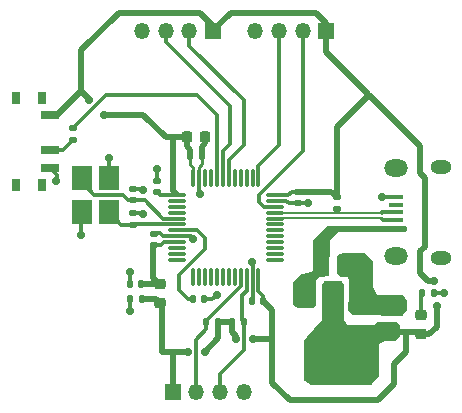
<source format=gbr>
%TF.GenerationSoftware,KiCad,Pcbnew,(6.0.7-1)-1*%
%TF.CreationDate,2022-10-05T21:39:38-05:00*%
%TF.ProjectId,KiCad,4b694361-642e-46b6-9963-61645f706362,rev?*%
%TF.SameCoordinates,Original*%
%TF.FileFunction,Copper,L1,Top*%
%TF.FilePolarity,Positive*%
%FSLAX46Y46*%
G04 Gerber Fmt 4.6, Leading zero omitted, Abs format (unit mm)*
G04 Created by KiCad (PCBNEW (6.0.7-1)-1) date 2022-10-05 21:39:38*
%MOMM*%
%LPD*%
G01*
G04 APERTURE LIST*
G04 Aperture macros list*
%AMRoundRect*
0 Rectangle with rounded corners*
0 $1 Rounding radius*
0 $2 $3 $4 $5 $6 $7 $8 $9 X,Y pos of 4 corners*
0 Add a 4 corners polygon primitive as box body*
4,1,4,$2,$3,$4,$5,$6,$7,$8,$9,$2,$3,0*
0 Add four circle primitives for the rounded corners*
1,1,$1+$1,$2,$3*
1,1,$1+$1,$4,$5*
1,1,$1+$1,$6,$7*
1,1,$1+$1,$8,$9*
0 Add four rect primitives between the rounded corners*
20,1,$1+$1,$2,$3,$4,$5,0*
20,1,$1+$1,$4,$5,$6,$7,0*
20,1,$1+$1,$6,$7,$8,$9,0*
20,1,$1+$1,$8,$9,$2,$3,0*%
G04 Aperture macros list end*
%TA.AperFunction,SMDPad,CuDef*%
%ADD10R,1.500000X2.000000*%
%TD*%
%TA.AperFunction,SMDPad,CuDef*%
%ADD11R,3.800000X2.000000*%
%TD*%
%TA.AperFunction,ComponentPad*%
%ADD12O,1.350000X1.350000*%
%TD*%
%TA.AperFunction,ComponentPad*%
%ADD13R,1.350000X1.350000*%
%TD*%
%TA.AperFunction,SMDPad,CuDef*%
%ADD14R,1.500000X0.700000*%
%TD*%
%TA.AperFunction,SMDPad,CuDef*%
%ADD15R,0.800000X1.000000*%
%TD*%
%TA.AperFunction,SMDPad,CuDef*%
%ADD16R,1.800000X2.100000*%
%TD*%
%TA.AperFunction,SMDPad,CuDef*%
%ADD17RoundRect,0.075000X-0.662500X-0.075000X0.662500X-0.075000X0.662500X0.075000X-0.662500X0.075000X0*%
%TD*%
%TA.AperFunction,SMDPad,CuDef*%
%ADD18RoundRect,0.075000X-0.075000X-0.662500X0.075000X-0.662500X0.075000X0.662500X-0.075000X0.662500X0*%
%TD*%
%TA.AperFunction,SMDPad,CuDef*%
%ADD19RoundRect,0.135000X0.185000X-0.135000X0.185000X0.135000X-0.185000X0.135000X-0.185000X-0.135000X0*%
%TD*%
%TA.AperFunction,SMDPad,CuDef*%
%ADD20RoundRect,0.135000X-0.135000X-0.185000X0.135000X-0.185000X0.135000X0.185000X-0.135000X0.185000X0*%
%TD*%
%TA.AperFunction,SMDPad,CuDef*%
%ADD21RoundRect,0.135000X0.135000X0.185000X-0.135000X0.185000X-0.135000X-0.185000X0.135000X-0.185000X0*%
%TD*%
%TA.AperFunction,SMDPad,CuDef*%
%ADD22R,1.300000X0.450000*%
%TD*%
%TA.AperFunction,ComponentPad*%
%ADD23O,2.000000X1.450000*%
%TD*%
%TA.AperFunction,ComponentPad*%
%ADD24O,1.800000X1.150000*%
%TD*%
%TA.AperFunction,SMDPad,CuDef*%
%ADD25RoundRect,0.218750X-0.256250X0.218750X-0.256250X-0.218750X0.256250X-0.218750X0.256250X0.218750X0*%
%TD*%
%TA.AperFunction,SMDPad,CuDef*%
%ADD26RoundRect,0.140000X0.140000X0.170000X-0.140000X0.170000X-0.140000X-0.170000X0.140000X-0.170000X0*%
%TD*%
%TA.AperFunction,SMDPad,CuDef*%
%ADD27RoundRect,0.140000X0.170000X-0.140000X0.170000X0.140000X-0.170000X0.140000X-0.170000X-0.140000X0*%
%TD*%
%TA.AperFunction,SMDPad,CuDef*%
%ADD28RoundRect,0.140000X-0.140000X-0.170000X0.140000X-0.170000X0.140000X0.170000X-0.140000X0.170000X0*%
%TD*%
%TA.AperFunction,SMDPad,CuDef*%
%ADD29RoundRect,0.140000X-0.170000X0.140000X-0.170000X-0.140000X0.170000X-0.140000X0.170000X0.140000X0*%
%TD*%
%TA.AperFunction,SMDPad,CuDef*%
%ADD30RoundRect,0.225000X-0.225000X-0.250000X0.225000X-0.250000X0.225000X0.250000X-0.225000X0.250000X0*%
%TD*%
%TA.AperFunction,SMDPad,CuDef*%
%ADD31RoundRect,0.250000X0.475000X-0.250000X0.475000X0.250000X-0.475000X0.250000X-0.475000X-0.250000X0*%
%TD*%
%TA.AperFunction,SMDPad,CuDef*%
%ADD32RoundRect,0.250000X-0.250000X-0.475000X0.250000X-0.475000X0.250000X0.475000X-0.250000X0.475000X0*%
%TD*%
%TA.AperFunction,ViaPad*%
%ADD33C,0.700000*%
%TD*%
%TA.AperFunction,Conductor*%
%ADD34C,0.500000*%
%TD*%
%TA.AperFunction,Conductor*%
%ADD35C,0.300000*%
%TD*%
%TA.AperFunction,Conductor*%
%ADD36C,0.200000*%
%TD*%
%TA.AperFunction,Conductor*%
%ADD37C,0.250000*%
%TD*%
G04 APERTURE END LIST*
D10*
%TO.P,U1,1,GND*%
%TO.N,GND*%
X136300000Y-95000000D03*
D11*
%TO.P,U1,2,VO*%
%TO.N,+3.3V*%
X134000000Y-101300000D03*
D10*
X134000000Y-95000000D03*
%TO.P,U1,3,VI*%
%TO.N,VBUS*%
X131700000Y-95000000D03*
%TD*%
D12*
%TO.P,J3,4,Pin_4*%
%TO.N,GND*%
X127469200Y-72796400D03*
%TO.P,J3,3,Pin_3*%
%TO.N,/SWDCLK*%
X129469200Y-72796400D03*
%TO.P,J3,2,Pin_2*%
%TO.N,/SWDIO*%
X131469200Y-72796400D03*
D13*
%TO.P,J3,1,Pin_1*%
%TO.N,+3.3V*%
X133469200Y-72796400D03*
%TD*%
D14*
%TO.P,SW1,3,C*%
%TO.N,GND*%
X110032800Y-84378800D03*
%TO.P,SW1,2,B*%
%TO.N,/FW_BOOT0*%
X110032800Y-82878800D03*
%TO.P,SW1,1,A*%
%TO.N,+3.3V*%
X110032800Y-79878800D03*
D15*
%TO.P,SW1,*%
%TO.N,*%
X109382800Y-78478800D03*
X107172800Y-85778800D03*
X107172800Y-78478800D03*
X109382800Y-85778800D03*
%TD*%
D16*
%TO.P,Y1,4,4*%
%TO.N,GND*%
X115062000Y-85238000D03*
%TO.P,Y1,3,3*%
%TO.N,/HSE_OUT*%
X115062000Y-88138000D03*
%TO.P,Y1,2,2*%
%TO.N,GND*%
X112762000Y-88138000D03*
%TO.P,Y1,1,1*%
%TO.N,/HSE_IN*%
X112762000Y-85238000D03*
%TD*%
D17*
%TO.P,U2,1,VBAT*%
%TO.N,+3.3V*%
X120805500Y-86658000D03*
%TO.P,U2,2,PC13*%
%TO.N,unconnected-(U2-Pad2)*%
X120805500Y-87158000D03*
%TO.P,U2,3,PC14*%
%TO.N,unconnected-(U2-Pad3)*%
X120805500Y-87658000D03*
%TO.P,U2,4,PC15*%
%TO.N,unconnected-(U2-Pad4)*%
X120805500Y-88158000D03*
%TO.P,U2,5,PD0*%
%TO.N,/HSE_IN*%
X120805500Y-88658000D03*
%TO.P,U2,6,PD1*%
%TO.N,/HSE_OUT*%
X120805500Y-89158000D03*
%TO.P,U2,7,NRST*%
%TO.N,/NRST*%
X120805500Y-89658000D03*
%TO.P,U2,8,VSSA*%
%TO.N,GND*%
X120805500Y-90158000D03*
%TO.P,U2,9,VDDA*%
%TO.N,+3.3VA*%
X120805500Y-90658000D03*
%TO.P,U2,10,PA0*%
%TO.N,unconnected-(U2-Pad10)*%
X120805500Y-91158000D03*
%TO.P,U2,11,PA1*%
%TO.N,unconnected-(U2-Pad11)*%
X120805500Y-91658000D03*
%TO.P,U2,12,PA2*%
%TO.N,unconnected-(U2-Pad12)*%
X120805500Y-92158000D03*
D18*
%TO.P,U2,13,PA3*%
%TO.N,unconnected-(U2-Pad13)*%
X122218000Y-93570500D03*
%TO.P,U2,14,PA4*%
%TO.N,unconnected-(U2-Pad14)*%
X122718000Y-93570500D03*
%TO.P,U2,15,PA5*%
%TO.N,unconnected-(U2-Pad15)*%
X123218000Y-93570500D03*
%TO.P,U2,16,PA6*%
%TO.N,unconnected-(U2-Pad16)*%
X123718000Y-93570500D03*
%TO.P,U2,17,PA7*%
%TO.N,unconnected-(U2-Pad17)*%
X124218000Y-93570500D03*
%TO.P,U2,18,PB0*%
%TO.N,unconnected-(U2-Pad18)*%
X124718000Y-93570500D03*
%TO.P,U2,19,PB1*%
%TO.N,unconnected-(U2-Pad19)*%
X125218000Y-93570500D03*
%TO.P,U2,20,PB2*%
%TO.N,unconnected-(U2-Pad20)*%
X125718000Y-93570500D03*
%TO.P,U2,21,PB10*%
%TO.N,/I2C2_SCL*%
X126218000Y-93570500D03*
%TO.P,U2,22,PB11*%
%TO.N,/I2C2_SDA*%
X126718000Y-93570500D03*
%TO.P,U2,23,VSS*%
%TO.N,GND*%
X127218000Y-93570500D03*
%TO.P,U2,24,VDD*%
%TO.N,+3.3V*%
X127718000Y-93570500D03*
D17*
%TO.P,U2,25,PB12*%
%TO.N,unconnected-(U2-Pad25)*%
X129130500Y-92158000D03*
%TO.P,U2,26,PB13*%
%TO.N,unconnected-(U2-Pad26)*%
X129130500Y-91658000D03*
%TO.P,U2,27,PB14*%
%TO.N,unconnected-(U2-Pad27)*%
X129130500Y-91158000D03*
%TO.P,U2,28,PB15*%
%TO.N,unconnected-(U2-Pad28)*%
X129130500Y-90658000D03*
%TO.P,U2,29,PA8*%
%TO.N,unconnected-(U2-Pad29)*%
X129130500Y-90158000D03*
%TO.P,U2,30,PA9*%
%TO.N,unconnected-(U2-Pad30)*%
X129130500Y-89658000D03*
%TO.P,U2,31,PA10*%
%TO.N,unconnected-(U2-Pad31)*%
X129130500Y-89158000D03*
%TO.P,U2,32,PA11*%
%TO.N,/USB_D-*%
X129130500Y-88658000D03*
%TO.P,U2,33,PA12*%
%TO.N,/USB_D+*%
X129130500Y-88158000D03*
%TO.P,U2,34,PA13*%
%TO.N,/SWDIO*%
X129130500Y-87658000D03*
%TO.P,U2,35,VSS*%
%TO.N,GND*%
X129130500Y-87158000D03*
%TO.P,U2,36,VDD*%
%TO.N,+3.3V*%
X129130500Y-86658000D03*
D18*
%TO.P,U2,37,PA14*%
%TO.N,/SWDCLK*%
X127718000Y-85245500D03*
%TO.P,U2,38,PA15*%
%TO.N,unconnected-(U2-Pad38)*%
X127218000Y-85245500D03*
%TO.P,U2,39,PB3*%
%TO.N,unconnected-(U2-Pad39)*%
X126718000Y-85245500D03*
%TO.P,U2,40,PB4*%
%TO.N,unconnected-(U2-Pad40)*%
X126218000Y-85245500D03*
%TO.P,U2,41,PB5*%
%TO.N,unconnected-(U2-Pad41)*%
X125718000Y-85245500D03*
%TO.P,U2,42,PB6*%
%TO.N,/USART1_TX*%
X125218000Y-85245500D03*
%TO.P,U2,43,PB7*%
%TO.N,/USART1_RX*%
X124718000Y-85245500D03*
%TO.P,U2,44,BOOT0*%
%TO.N,/BOOT0*%
X124218000Y-85245500D03*
%TO.P,U2,45,PB8*%
%TO.N,unconnected-(U2-Pad45)*%
X123718000Y-85245500D03*
%TO.P,U2,46,PB9*%
%TO.N,unconnected-(U2-Pad46)*%
X123218000Y-85245500D03*
%TO.P,U2,47,VSS*%
%TO.N,GND*%
X122718000Y-85245500D03*
%TO.P,U2,48,VDD*%
%TO.N,+3.3V*%
X122218000Y-85245500D03*
%TD*%
D19*
%TO.P,R5,1*%
%TO.N,/USB_D+*%
X134366000Y-87884000D03*
%TO.P,R5,2*%
%TO.N,+3.3V*%
X134366000Y-86864000D03*
%TD*%
%TO.P,R4,1*%
%TO.N,/FW_BOOT0*%
X112014000Y-82046000D03*
%TO.P,R4,2*%
%TO.N,/BOOT0*%
X112014000Y-81026000D03*
%TD*%
D20*
%TO.P,R3,1*%
%TO.N,+3.3V*%
X125499400Y-97409000D03*
%TO.P,R3,2*%
%TO.N,/I2C2_SDA*%
X126519400Y-97409000D03*
%TD*%
D21*
%TO.P,R2,1*%
%TO.N,+3.3V*%
X124333000Y-97409000D03*
%TO.P,R2,2*%
%TO.N,/I2C2_SCL*%
X123313000Y-97409000D03*
%TD*%
D20*
%TO.P,R1,1*%
%TO.N,/Power_LED*%
X141526800Y-94945200D03*
%TO.P,R1,2*%
%TO.N,GND*%
X142546800Y-94945200D03*
%TD*%
D22*
%TO.P,J4,1,VBUS*%
%TO.N,VBUS*%
X139331000Y-89438000D03*
%TO.P,J4,2,D-*%
%TO.N,/USB_D-*%
X139331000Y-88788000D03*
%TO.P,J4,3,D+*%
%TO.N,/USB_D+*%
X139331000Y-88138000D03*
%TO.P,J4,4,ID*%
%TO.N,unconnected-(J4-Pad4)*%
X139331000Y-87488000D03*
%TO.P,J4,5,GND*%
%TO.N,GND*%
X139331000Y-86838000D03*
D23*
%TO.P,J4,6,Shield*%
%TO.N,unconnected-(J4-Pad6)*%
X139381000Y-91863000D03*
X139381000Y-84413000D03*
D24*
X143181000Y-92013000D03*
X143181000Y-84263000D03*
%TD*%
D13*
%TO.P,J2,1,Pin_1*%
%TO.N,+3.3V*%
X120460000Y-103378000D03*
D12*
%TO.P,J2,2,Pin_2*%
%TO.N,/I2C2_SCL*%
X122460000Y-103378000D03*
%TO.P,J2,3,Pin_3*%
%TO.N,/I2C2_SDA*%
X124460000Y-103378000D03*
%TO.P,J2,4,Pin_4*%
%TO.N,GND*%
X126460000Y-103378000D03*
%TD*%
%TO.P,J1,4,Pin_4*%
%TO.N,GND*%
X117869200Y-72796400D03*
%TO.P,J1,3,Pin_3*%
%TO.N,/USART1_RX*%
X119869200Y-72796400D03*
%TO.P,J1,2,Pin_2*%
%TO.N,/USART1_TX*%
X121869200Y-72796400D03*
D13*
%TO.P,J1,1,Pin_1*%
%TO.N,+3.3V*%
X123869200Y-72796400D03*
%TD*%
D25*
%TO.P,FB1,1*%
%TO.N,+3.3VA*%
X119352000Y-94208500D03*
%TO.P,FB1,2*%
%TO.N,+3.3V*%
X119352000Y-95783500D03*
%TD*%
%TO.P,D1,2,A*%
%TO.N,+3.3V*%
X141500000Y-98437500D03*
%TO.P,D1,1,K*%
%TO.N,/Power_LED*%
X141500000Y-96862500D03*
%TD*%
D26*
%TO.P,C13,2*%
%TO.N,GND*%
X116868000Y-95504000D03*
%TO.P,C13,1*%
%TO.N,+3.3V*%
X117828000Y-95504000D03*
%TD*%
%TO.P,C12,2*%
%TO.N,GND*%
X116840000Y-94183200D03*
%TO.P,C12,1*%
%TO.N,+3.3VA*%
X117800000Y-94183200D03*
%TD*%
D27*
%TO.P,C11,1*%
%TO.N,+3.3VA*%
X118872000Y-90932000D03*
%TO.P,C11,2*%
%TO.N,GND*%
X118872000Y-89972000D03*
%TD*%
D28*
%TO.P,C10,1*%
%TO.N,+3.3V*%
X121940000Y-83400000D03*
%TO.P,C10,2*%
%TO.N,GND*%
X122900000Y-83400000D03*
%TD*%
D27*
%TO.P,C9,1*%
%TO.N,/HSE_OUT*%
X117094000Y-89182000D03*
%TO.P,C9,2*%
%TO.N,GND*%
X117094000Y-88222000D03*
%TD*%
%TO.P,C8,1*%
%TO.N,+3.3V*%
X119126000Y-86431000D03*
%TO.P,C8,2*%
%TO.N,GND*%
X119126000Y-85471000D03*
%TD*%
D29*
%TO.P,C7,1*%
%TO.N,+3.3V*%
X131064000Y-86388000D03*
%TO.P,C7,2*%
%TO.N,GND*%
X131064000Y-87348000D03*
%TD*%
D26*
%TO.P,C6,1*%
%TO.N,+3.3V*%
X128115000Y-95631000D03*
%TO.P,C6,2*%
%TO.N,GND*%
X127155000Y-95631000D03*
%TD*%
D27*
%TO.P,C5,2*%
%TO.N,GND*%
X117094000Y-86162000D03*
%TO.P,C5,1*%
%TO.N,/HSE_IN*%
X117094000Y-87122000D03*
%TD*%
D28*
%TO.P,C4,2*%
%TO.N,GND*%
X123134000Y-95500000D03*
%TO.P,C4,1*%
%TO.N,/NRST*%
X122174000Y-95500000D03*
%TD*%
D30*
%TO.P,C3,2*%
%TO.N,GND*%
X123203000Y-81788000D03*
%TO.P,C3,1*%
%TO.N,+3.3V*%
X121653000Y-81788000D03*
%TD*%
D31*
%TO.P,C2,2*%
%TO.N,GND*%
X138684000Y-96144000D03*
%TO.P,C2,1*%
%TO.N,+3.3V*%
X138684000Y-98044000D03*
%TD*%
D32*
%TO.P,C1,1*%
%TO.N,VBUS*%
X133200000Y-92600000D03*
%TO.P,C1,2*%
%TO.N,GND*%
X135100000Y-92600000D03*
%TD*%
D33*
%TO.N,GND*%
X112725200Y-90068400D03*
X115062000Y-83566000D03*
X127203200Y-92354400D03*
%TO.N,+3.3V*%
X114604800Y-79857600D03*
X113334800Y-78587600D03*
X142595600Y-93929200D03*
X142798800Y-96062800D03*
%TO.N,GND*%
X143408400Y-94945200D03*
X116840000Y-93218000D03*
%TO.N,+3.3V*%
X121760500Y-99923600D03*
X123190000Y-99923600D03*
X125819900Y-98856800D03*
X127218900Y-98856800D03*
%TO.N,GND*%
X139827000Y-96139000D03*
X136779000Y-96393000D03*
X135890000Y-96393000D03*
X136271000Y-93218000D03*
X136271000Y-92329000D03*
X122809000Y-86614000D03*
X122174000Y-90357500D03*
X116840000Y-96520000D03*
X110617000Y-85471000D03*
X117983000Y-86233000D03*
X117983000Y-88265000D03*
X119126000Y-84455000D03*
X131953000Y-87376000D03*
X138176000Y-86868000D03*
X124206000Y-95123000D03*
%TD*%
D34*
%TO.N,+3.3VA*%
X119352000Y-94208500D02*
X118821200Y-93677700D01*
X118821200Y-93677700D02*
X118821200Y-90982800D01*
X118821200Y-90982800D02*
X118872000Y-90932000D01*
X119352000Y-94208500D02*
X119326700Y-94183200D01*
X117800000Y-94183200D02*
X119326700Y-94183200D01*
D35*
X119755600Y-90658000D02*
X119481600Y-90932000D01*
X120805500Y-90658000D02*
X119755600Y-90658000D01*
X119481600Y-90932000D02*
X118872000Y-90932000D01*
%TO.N,GND*%
X110617000Y-85471000D02*
X110642400Y-85496400D01*
X110642400Y-85496400D02*
X110642400Y-84988400D01*
X110642400Y-84988400D02*
X110032800Y-84378800D01*
X112725200Y-88087200D02*
X112725200Y-90068400D01*
X112762000Y-88138000D02*
X112762000Y-88124000D01*
X112762000Y-88124000D02*
X112725200Y-88087200D01*
X117094000Y-86162000D02*
X117912000Y-86162000D01*
X117912000Y-86162000D02*
X117983000Y-86233000D01*
X115062000Y-85238000D02*
X115062000Y-83566000D01*
%TO.N,/SWDIO*%
X131470400Y-82979559D02*
X131469200Y-82978359D01*
X131469200Y-82978359D02*
X131469200Y-72796400D01*
%TO.N,GND*%
X127218000Y-92369200D02*
X127203200Y-92354400D01*
X127218000Y-93570500D02*
X127218000Y-92369200D01*
%TO.N,/USART1_TX*%
X125218000Y-85245500D02*
X125218000Y-83697000D01*
X121869200Y-74015600D02*
X121869200Y-72796400D01*
X125218000Y-83697000D02*
X126492000Y-82423000D01*
X126492000Y-82423000D02*
X126492000Y-78638400D01*
X126492000Y-78638400D02*
X121869200Y-74015600D01*
%TO.N,/USART1_RX*%
X124718000Y-85245500D02*
X124718000Y-82927000D01*
X124718000Y-82927000D02*
X125323600Y-82321400D01*
X125323600Y-82321400D02*
X125323600Y-79146400D01*
X125323600Y-79146400D02*
X119869200Y-73692000D01*
X119869200Y-73692000D02*
X119869200Y-72796400D01*
D34*
%TO.N,+3.3V*%
X123869200Y-72796400D02*
X123869200Y-72358000D01*
X123869200Y-72358000D02*
X122732800Y-71221600D01*
X122732800Y-71221600D02*
X115874800Y-71221600D01*
X115874800Y-71221600D02*
X112674400Y-74422000D01*
X112674400Y-74422000D02*
X112674400Y-74574400D01*
X133469200Y-72796400D02*
X133469200Y-72102800D01*
X133469200Y-72102800D02*
X132588000Y-71221600D01*
X132588000Y-71221600D02*
X125374400Y-71221600D01*
X125374400Y-71221600D02*
X123869200Y-72726800D01*
X123869200Y-72726800D02*
X123869200Y-72796400D01*
X133469200Y-74592000D02*
X133469200Y-72796400D01*
X136956800Y-78079600D02*
X133469200Y-74592000D01*
X141376400Y-82499200D02*
X141376400Y-84785200D01*
X137058400Y-78232000D02*
X137109200Y-78232000D01*
X137109200Y-78232000D02*
X141376400Y-82499200D01*
X134366000Y-80924400D02*
X137058400Y-78232000D01*
X134366000Y-86864000D02*
X134366000Y-80924400D01*
X141376400Y-84785200D02*
X141782800Y-85191600D01*
X141782800Y-85191600D02*
X141782800Y-91084400D01*
X141782800Y-91084400D02*
X141427200Y-91440000D01*
X141427200Y-91440000D02*
X141427200Y-93268800D01*
X141427200Y-93268800D02*
X142087600Y-93929200D01*
X142087600Y-93929200D02*
X142595600Y-93929200D01*
D35*
%TO.N,/SWDIO*%
X129130500Y-87658000D02*
X128171000Y-87658000D01*
X128171000Y-87658000D02*
X127762000Y-87249000D01*
X127762000Y-87249000D02*
X127762000Y-86687959D01*
X127762000Y-86687959D02*
X131470400Y-82979559D01*
%TO.N,/SWDCLK*%
X129469200Y-82468400D02*
X127718000Y-84219600D01*
X127718000Y-85245500D02*
X127718000Y-84219600D01*
%TO.N,/USART1_RX*%
X119869200Y-73717400D02*
X119869200Y-72796400D01*
D34*
%TO.N,+3.3V*%
X120497600Y-81788000D02*
X121653000Y-81788000D01*
X120497600Y-81788000D02*
X120497600Y-86350100D01*
X119888000Y-81788000D02*
X120497600Y-81788000D01*
X120497600Y-86350100D02*
X120705500Y-86558000D01*
X120705500Y-86558000D02*
X120805500Y-86558000D01*
X114604800Y-79857600D02*
X117957600Y-79857600D01*
X117957600Y-79857600D02*
X119888000Y-81788000D01*
X113334800Y-78536800D02*
X113334800Y-78587600D01*
X112674400Y-77876400D02*
X113334800Y-78536800D01*
X112674400Y-74523600D02*
X112674400Y-77876400D01*
X110672000Y-79878800D02*
X110032800Y-79878800D01*
X112674400Y-77876400D02*
X110672000Y-79878800D01*
X131064000Y-86388000D02*
X133890000Y-86388000D01*
X133890000Y-86388000D02*
X134366000Y-86864000D01*
X141500000Y-98437500D02*
X142202100Y-98437500D01*
X142202100Y-98437500D02*
X142798800Y-97840800D01*
X142798800Y-97840800D02*
X142798800Y-96062800D01*
D35*
%TO.N,GND*%
X142546800Y-94945200D02*
X143408400Y-94945200D01*
%TO.N,/Power_LED*%
X141500000Y-96862500D02*
X141500000Y-95149600D01*
X141500000Y-95149600D02*
X141550000Y-95099600D01*
%TO.N,GND*%
X116840000Y-94183200D02*
X116840000Y-93218000D01*
D34*
%TO.N,+3.3V*%
X117828000Y-95504000D02*
X119072500Y-95504000D01*
X119072500Y-95504000D02*
X119352000Y-95783500D01*
X119532400Y-99923600D02*
X119532400Y-95963900D01*
X119532400Y-95963900D02*
X119352000Y-95783500D01*
X121760500Y-99923600D02*
X120599200Y-99923600D01*
X120599200Y-99923600D02*
X119532400Y-99923600D01*
X120460000Y-103378000D02*
X120460000Y-100062800D01*
X120460000Y-100062800D02*
X120599200Y-99923600D01*
X124333000Y-98780600D02*
X123190000Y-99923600D01*
X124333000Y-97409000D02*
X124333000Y-98780600D01*
X125499400Y-97409000D02*
X124333000Y-97409000D01*
X125819900Y-98856800D02*
X125819900Y-98591100D01*
X125819900Y-98591100D02*
X125499400Y-98270600D01*
X125499400Y-98270600D02*
X125499400Y-97409000D01*
X128905000Y-102539800D02*
X128905000Y-98831400D01*
X127244300Y-98831400D02*
X127218900Y-98856800D01*
X128905000Y-98831400D02*
X128905000Y-96421000D01*
X128905000Y-98831400D02*
X127244300Y-98831400D01*
X140208000Y-98298000D02*
X140208000Y-99949000D01*
X130403600Y-104038400D02*
X128905000Y-102539800D01*
X139192000Y-100965000D02*
X139192000Y-102666800D01*
X139192000Y-102666800D02*
X137820400Y-104038400D01*
X140208000Y-99949000D02*
X139192000Y-100965000D01*
X137820400Y-104038400D02*
X130403600Y-104038400D01*
X128905000Y-96421000D02*
X128115000Y-95631000D01*
X138938000Y-98298000D02*
X140208000Y-98298000D01*
X140208000Y-98298000D02*
X141360500Y-98298000D01*
X138684000Y-98044000D02*
X138938000Y-98298000D01*
X141360500Y-98298000D02*
X141500000Y-98437500D01*
D35*
%TO.N,GND*%
X122718000Y-86523000D02*
X122809000Y-86614000D01*
X122718000Y-85245500D02*
X122718000Y-86523000D01*
X121974500Y-90158000D02*
X122174000Y-90357500D01*
X120805500Y-90158000D02*
X121974500Y-90158000D01*
X116868000Y-96492000D02*
X116840000Y-96520000D01*
X116868000Y-95504000D02*
X116868000Y-96492000D01*
X117940000Y-88222000D02*
X117983000Y-88265000D01*
X117094000Y-88222000D02*
X117940000Y-88222000D01*
X119126000Y-85471000D02*
X119126000Y-84455000D01*
X131925000Y-87348000D02*
X131953000Y-87376000D01*
X131064000Y-87348000D02*
X131925000Y-87348000D01*
X138176000Y-86868000D02*
X138206000Y-86838000D01*
X138206000Y-86838000D02*
X139331000Y-86838000D01*
X123829000Y-95500000D02*
X124206000Y-95123000D01*
X123134000Y-95500000D02*
X123829000Y-95500000D01*
%TO.N,/NRST*%
X120805500Y-89658000D02*
X122551000Y-89658000D01*
X122551000Y-89658000D02*
X123190000Y-90297000D01*
X123190000Y-90297000D02*
X123190000Y-91259959D01*
X123190000Y-91259959D02*
X121031000Y-93418959D01*
X121031000Y-93418959D02*
X121031000Y-94742000D01*
X121031000Y-94742000D02*
X121789000Y-95500000D01*
X121789000Y-95500000D02*
X122174000Y-95500000D01*
%TO.N,GND*%
X127218000Y-93570500D02*
X127218000Y-95568000D01*
X127218000Y-95568000D02*
X127155000Y-95631000D01*
%TO.N,/I2C2_SDA*%
X126519400Y-97409000D02*
X126519400Y-99794600D01*
X126519400Y-99794600D02*
X124460000Y-101854000D01*
X124460000Y-101854000D02*
X124460000Y-103378000D01*
%TO.N,/I2C2_SCL*%
X123313000Y-97409000D02*
X123313000Y-98048000D01*
X123313000Y-98048000D02*
X122460000Y-98901000D01*
X122460000Y-98901000D02*
X122460000Y-103378000D01*
%TO.N,/I2C2_SDA*%
X126718000Y-93570500D02*
X126718000Y-94770000D01*
X126718000Y-94770000D02*
X126365000Y-95123000D01*
X126365000Y-95123000D02*
X126365000Y-97254600D01*
X126365000Y-97254600D02*
X126519400Y-97409000D01*
%TO.N,+3.3V*%
X127718000Y-93570500D02*
X127718000Y-94825000D01*
X128115000Y-95222000D02*
X128115000Y-95631000D01*
X127718000Y-94825000D02*
X128115000Y-95222000D01*
%TO.N,/I2C2_SCL*%
X126218000Y-93570500D02*
X126218000Y-94409041D01*
X123313000Y-97314041D02*
X123313000Y-97409000D01*
X126218000Y-94409041D02*
X123313000Y-97314041D01*
%TO.N,/BOOT0*%
X124218000Y-85245500D02*
X124218000Y-79895000D01*
X124218000Y-79895000D02*
X122555000Y-78232000D01*
X122555000Y-78232000D02*
X114808000Y-78232000D01*
X114808000Y-78232000D02*
X112014000Y-81026000D01*
%TO.N,/FW_BOOT0*%
X110032800Y-82878800D02*
X111181200Y-82878800D01*
X111181200Y-82878800D02*
X112014000Y-82046000D01*
%TO.N,/SWDCLK*%
X129469200Y-82468400D02*
X129469200Y-72796400D01*
%TO.N,/USB_D-*%
X139331000Y-88788000D02*
X138261498Y-88788000D01*
X138261498Y-88788000D02*
X138156498Y-88683000D01*
%TO.N,/USB_D+*%
X138156498Y-88183000D02*
X138201498Y-88138000D01*
X138201498Y-88138000D02*
X139331000Y-88138000D01*
D36*
X129130500Y-88158000D02*
X129155499Y-88182999D01*
X129155499Y-88182999D02*
X138156498Y-88183000D01*
%TO.N,/USB_D-*%
X129155499Y-88633001D02*
X138156498Y-88633000D01*
X129130500Y-88658000D02*
X129155499Y-88633001D01*
D35*
%TO.N,+3.3V*%
X120805500Y-86658000D02*
X119353000Y-86658000D01*
X119353000Y-86658000D02*
X119126000Y-86431000D01*
%TO.N,/HSE_IN*%
X117094000Y-87122000D02*
X116696000Y-87122000D01*
X116696000Y-87122000D02*
X116212000Y-86638000D01*
X113812000Y-86638000D02*
X112762000Y-85588000D01*
X116212000Y-86638000D02*
X113812000Y-86638000D01*
X112762000Y-85588000D02*
X112762000Y-85238000D01*
X120805500Y-88658000D02*
X119646000Y-88658000D01*
X119646000Y-88658000D02*
X118110000Y-87122000D01*
X118110000Y-87122000D02*
X117094000Y-87122000D01*
%TO.N,/HSE_OUT*%
X117094000Y-89182000D02*
X116106000Y-89182000D01*
X116106000Y-89182000D02*
X115062000Y-88138000D01*
X120805500Y-89158000D02*
X117118000Y-89158000D01*
X117118000Y-89158000D02*
X117094000Y-89182000D01*
%TO.N,GND*%
X119622000Y-90158000D02*
X119380000Y-89916000D01*
X119380000Y-89916000D02*
X118928000Y-89916000D01*
X120805500Y-90158000D02*
X119622000Y-90158000D01*
X118928000Y-89916000D02*
X118872000Y-89972000D01*
%TO.N,+3.3V*%
X129130500Y-86658000D02*
X130258000Y-86658000D01*
X130258000Y-86658000D02*
X130528000Y-86388000D01*
X130528000Y-86388000D02*
X131064000Y-86388000D01*
%TO.N,GND*%
X130084000Y-87158000D02*
X130302000Y-87376000D01*
X129130500Y-87158000D02*
X130084000Y-87158000D01*
X130302000Y-87376000D02*
X131036000Y-87376000D01*
X131036000Y-87376000D02*
X131064000Y-87348000D01*
D34*
X123203000Y-81788000D02*
X123203000Y-82283000D01*
X123203000Y-82283000D02*
X122900000Y-82586000D01*
X122900000Y-82586000D02*
X122900000Y-83400000D01*
%TO.N,+3.3V*%
X121653000Y-81788000D02*
X121653000Y-82537000D01*
X121653000Y-82537000D02*
X121940000Y-82824000D01*
X121940000Y-82824000D02*
X121940000Y-83400000D01*
D37*
%TO.N,GND*%
X122718000Y-84292000D02*
X122936000Y-84074000D01*
X122718000Y-85245500D02*
X122718000Y-84292000D01*
X122936000Y-84074000D02*
X122936000Y-83436000D01*
X122936000Y-83436000D02*
X122900000Y-83400000D01*
%TO.N,+3.3V*%
X122218000Y-84372000D02*
X121920000Y-84074000D01*
X122218000Y-85245500D02*
X122218000Y-84372000D01*
X121920000Y-84074000D02*
X121920000Y-83420000D01*
X121920000Y-83420000D02*
X121940000Y-83400000D01*
%TD*%
%TA.AperFunction,Conductor*%
%TO.N,GND*%
G36*
X136674503Y-91587002D02*
G01*
X136687043Y-91596203D01*
X137050248Y-91898873D01*
X137368663Y-92164219D01*
X137408190Y-92223195D01*
X137414000Y-92261015D01*
X137414000Y-94488000D01*
X137795000Y-95123000D01*
X139891000Y-95123000D01*
X139959121Y-95143002D01*
X139991800Y-95173400D01*
X140309800Y-95597400D01*
X140334671Y-95663898D01*
X140335000Y-95673000D01*
X140335000Y-96351000D01*
X140314998Y-96419121D01*
X140309800Y-96426600D01*
X139992340Y-96849880D01*
X139935466Y-96892375D01*
X139890107Y-96900272D01*
X136413159Y-96860631D01*
X135771511Y-96853316D01*
X135703622Y-96832538D01*
X135684421Y-96816985D01*
X135358058Y-96494753D01*
X135323637Y-96432659D01*
X135320621Y-96402059D01*
X135351472Y-95120809D01*
X135382000Y-93853000D01*
X135375096Y-93839193D01*
X135375096Y-93839191D01*
X135263101Y-93615202D01*
X135255000Y-93599000D01*
X134785149Y-93599000D01*
X134715257Y-93577838D01*
X134422108Y-93382405D01*
X134376523Y-93327976D01*
X134366000Y-93277567D01*
X134366000Y-91898873D01*
X134386002Y-91830752D01*
X134435651Y-91786175D01*
X134847396Y-91580302D01*
X134903745Y-91567000D01*
X136606382Y-91567000D01*
X136674503Y-91587002D01*
G37*
%TD.AperFunction*%
%TD*%
%TA.AperFunction,Conductor*%
%TO.N,VBUS*%
G36*
X138568271Y-89291760D02*
G01*
X138610673Y-89310506D01*
X138636354Y-89313500D01*
X140025646Y-89313500D01*
X140029350Y-89313059D01*
X140029353Y-89313059D01*
X140042461Y-89311499D01*
X140042462Y-89311499D01*
X140051846Y-89310382D01*
X140093573Y-89291848D01*
X140144719Y-89281000D01*
X140155810Y-89281000D01*
X140223931Y-89301002D01*
X140244905Y-89317905D01*
X140298095Y-89371095D01*
X140332121Y-89433407D01*
X140335000Y-89460190D01*
X140335000Y-89609810D01*
X140314998Y-89677931D01*
X140298095Y-89698905D01*
X140244905Y-89752095D01*
X140182593Y-89786121D01*
X140155810Y-89789000D01*
X134493000Y-89789000D01*
X134485957Y-89796387D01*
X133766479Y-90551000D01*
X133741468Y-90577232D01*
X133741427Y-90588449D01*
X133741427Y-90588450D01*
X133731354Y-93373989D01*
X133711106Y-93442037D01*
X133657282Y-93488335D01*
X133635915Y-93495771D01*
X133436982Y-93545505D01*
X133238047Y-93595238D01*
X133207489Y-93599000D01*
X132842000Y-93599000D01*
X132588000Y-93853000D01*
X132588000Y-95959810D01*
X132567998Y-96027931D01*
X132551095Y-96048905D01*
X132370905Y-96229095D01*
X132308593Y-96263121D01*
X132281810Y-96266000D01*
X131102149Y-96266000D01*
X131032257Y-96244838D01*
X130739108Y-96049405D01*
X130693523Y-95994976D01*
X130683000Y-95944567D01*
X130683000Y-94039015D01*
X130703002Y-93970894D01*
X130728337Y-93942219D01*
X131424549Y-93362043D01*
X131470597Y-93337687D01*
X131833162Y-93234097D01*
X132334000Y-93091000D01*
X132334000Y-90603190D01*
X132354002Y-90535069D01*
X132370905Y-90514095D01*
X133567095Y-89317905D01*
X133629407Y-89283879D01*
X133656190Y-89281000D01*
X138517323Y-89281000D01*
X138568271Y-89291760D01*
G37*
%TD.AperFunction*%
%TD*%
%TA.AperFunction,Conductor*%
%TO.N,+3.3V*%
G36*
X134762931Y-94000002D02*
G01*
X134783905Y-94016905D01*
X134964095Y-94197095D01*
X134998121Y-94259407D01*
X135001000Y-94286190D01*
X135001000Y-97282000D01*
X135011347Y-97297521D01*
X135011348Y-97297523D01*
X135110270Y-97445905D01*
X135255000Y-97663000D01*
X137541000Y-97663000D01*
X137758095Y-97445905D01*
X137820407Y-97411879D01*
X137847190Y-97409000D01*
X139280851Y-97409000D01*
X139350743Y-97430162D01*
X139643892Y-97625595D01*
X139689477Y-97680024D01*
X139700000Y-97730433D01*
X139700000Y-98626810D01*
X139679998Y-98694931D01*
X139663095Y-98715905D01*
X139355905Y-99023095D01*
X139293593Y-99057121D01*
X139266810Y-99060000D01*
X138430000Y-99060000D01*
X137922000Y-99314000D01*
X137922000Y-101935382D01*
X137901998Y-102003503D01*
X137892797Y-102016043D01*
X137324781Y-102697663D01*
X137265805Y-102737190D01*
X137227985Y-102743000D01*
X132241899Y-102743000D01*
X132177074Y-102725045D01*
X131633173Y-102398704D01*
X131585051Y-102346505D01*
X131572000Y-102290660D01*
X131572000Y-99106610D01*
X131592002Y-99038489D01*
X131602334Y-99024610D01*
X131866939Y-98715905D01*
X133096000Y-97282000D01*
X133096000Y-94286190D01*
X133116002Y-94218069D01*
X133132905Y-94197095D01*
X133313095Y-94016905D01*
X133375407Y-93982879D01*
X133402190Y-93980000D01*
X134694810Y-93980000D01*
X134762931Y-94000002D01*
G37*
%TD.AperFunction*%
%TD*%
M02*

</source>
